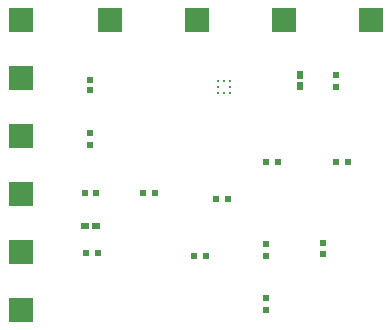
<source format=gbr>
G04 EAGLE Gerber RS-274X export*
G75*
%MOMM*%
%FSLAX34Y34*%
%LPD*%
%INSolderpaste Top*%
%IPPOS*%
%AMOC8*
5,1,8,0,0,1.08239X$1,22.5*%
G01*
G04 Define Apertures*
%ADD10R,0.620000X0.650000*%
%ADD11R,0.620000X0.620000*%
%ADD12R,0.650000X0.620000*%
%ADD13R,2.000000X2.000000*%
%ADD14C,0.306000*%
%ADD15R,0.475000X0.500000*%
%ADD16R,0.500000X0.475000*%
D10*
X269240Y83230D03*
X269240Y92030D03*
D11*
X90730Y79394D03*
X90730Y88394D03*
X86940Y-7620D03*
X95940Y-7620D03*
D12*
X95840Y-35560D03*
X87040Y-35560D03*
D11*
X288290Y-59110D03*
X288290Y-50110D03*
D13*
X107950Y139323D03*
X328930Y139323D03*
X32860Y-106840D03*
D14*
X199470Y87550D03*
X204470Y87550D03*
X209470Y87550D03*
X199470Y82550D03*
X209470Y82550D03*
X199470Y77550D03*
X204470Y77550D03*
X209470Y77550D03*
D15*
X250235Y19050D03*
X239985Y19050D03*
X97830Y-58420D03*
X87590Y-58420D03*
D16*
X240030Y-96475D03*
X240030Y-106725D03*
D15*
X198075Y-12700D03*
X208325Y-12700D03*
D16*
X240030Y-50755D03*
X240030Y-61005D03*
D15*
X309920Y19050D03*
X299680Y19050D03*
D16*
X299720Y82510D03*
X299720Y92750D03*
X91440Y43225D03*
X91440Y32975D03*
D15*
X179030Y-60960D03*
X189270Y-60960D03*
X135845Y-7580D03*
X146095Y-7580D03*
D13*
X181610Y139323D03*
X255270Y139323D03*
X32860Y90090D03*
X32860Y139323D03*
X32860Y40858D03*
X32860Y-8375D03*
X32860Y-57608D03*
M02*

</source>
